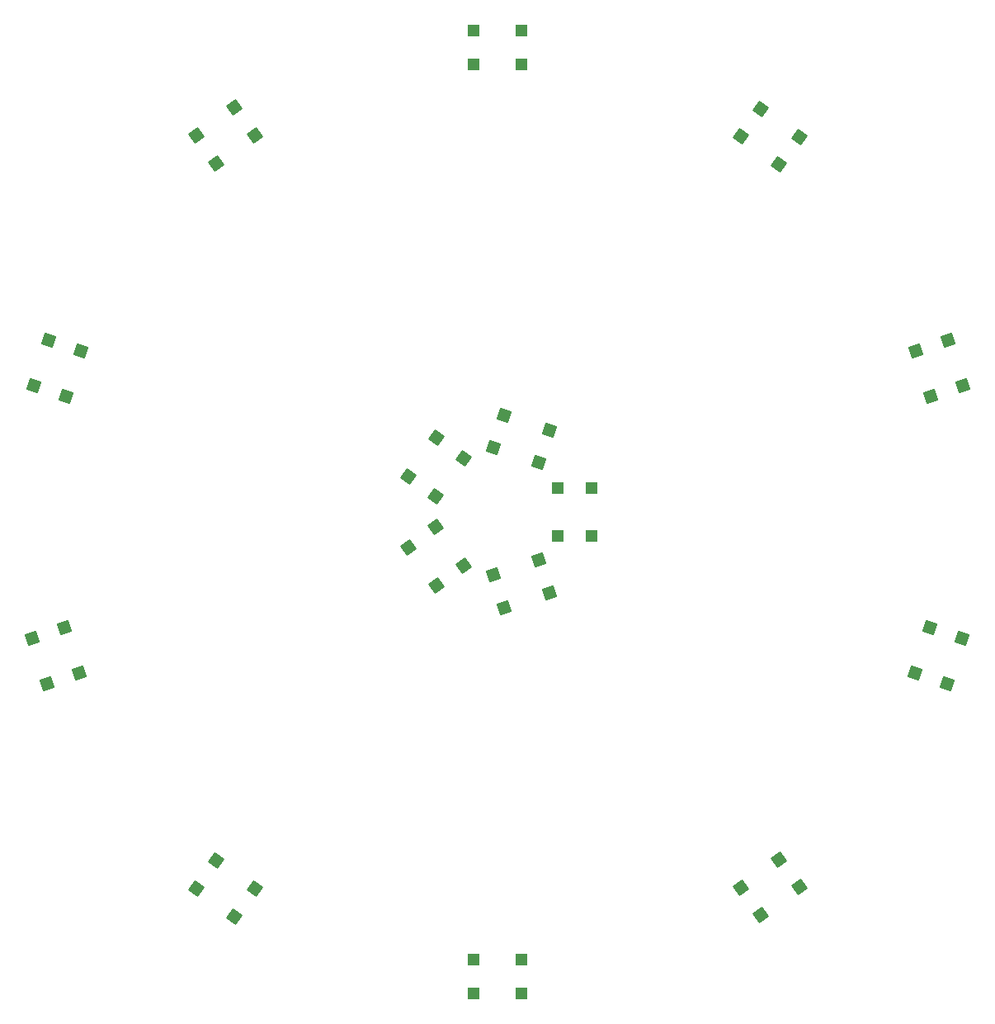
<source format=gtp>
%FSLAX25Y25*%
%MOIN*%
G70*
G01*
G75*
G04 Layer_Color=8421504*
%ADD10R,0.05906X0.05906*%
%ADD11P,0.08352X4X189.0*%
%ADD12P,0.08352X4X153.0*%
%ADD13P,0.08352X4X117.0*%
%ADD14P,0.08352X4X81.0*%
%ADD15P,0.08352X4X279.0*%
%ADD16P,0.08352X4X207.0*%
%ADD17R,0.05906X0.05906*%
%ADD18P,0.08352X4X63.0*%
%ADD19P,0.08352X4X351.0*%
%ADD20C,0.05000*%
%ADD21C,0.02500*%
%ADD22C,0.12500*%
%ADD23R,0.12500X0.12500*%
%ADD24C,0.16500*%
%ADD25C,0.04000*%
%ADD26R,0.08000X0.05000*%
%ADD27R,0.05000X0.08000*%
%ADD28R,0.17716X0.12205*%
%ADD29C,0.01000*%
%ADD30C,0.01200*%
%ADD31C,0.01500*%
%ADD32R,0.04906X0.04906*%
%ADD33P,0.06937X4X189.0*%
%ADD34P,0.06937X4X153.0*%
%ADD35P,0.06937X4X117.0*%
%ADD36P,0.06937X4X81.0*%
%ADD37P,0.06937X4X279.0*%
%ADD38P,0.06937X4X207.0*%
%ADD39R,0.04906X0.04906*%
%ADD40P,0.06937X4X63.0*%
%ADD41P,0.06937X4X351.0*%
D32*
X532646Y742390D02*
D03*
Y728610D02*
D03*
X513354Y742390D02*
D03*
Y728610D02*
D03*
X513354Y353610D02*
D03*
Y367390D02*
D03*
X532646Y353610D02*
D03*
Y367390D02*
D03*
D33*
X644853Y699404D02*
D03*
X636754Y688257D02*
D03*
X629246Y710744D02*
D03*
X621147Y699596D02*
D03*
X401147Y396096D02*
D03*
X409246Y407243D02*
D03*
X416754Y384756D02*
D03*
X424853Y395904D02*
D03*
D34*
X711033Y598955D02*
D03*
X697928Y594697D02*
D03*
X705072Y617303D02*
D03*
X691967Y613045D02*
D03*
X334967Y497045D02*
D03*
X348072Y501303D02*
D03*
X340928Y478697D02*
D03*
X354033Y482956D02*
D03*
D35*
X704572Y478697D02*
D03*
X691467Y482956D02*
D03*
X710533Y497045D02*
D03*
X697428Y501303D02*
D03*
X341428Y617303D02*
D03*
X354533Y613045D02*
D03*
X335467Y598955D02*
D03*
X348572Y594697D02*
D03*
D36*
X629246Y385257D02*
D03*
X621147Y396404D02*
D03*
X644853Y396596D02*
D03*
X636754Y407744D02*
D03*
X416754Y711243D02*
D03*
X424853Y700096D02*
D03*
X401147Y699904D02*
D03*
X409246Y688757D02*
D03*
D37*
X498096Y577853D02*
D03*
X509243Y569754D02*
D03*
X486757Y562246D02*
D03*
X497904Y554147D02*
D03*
D38*
X543803Y581072D02*
D03*
X539544Y567967D02*
D03*
X525456Y587033D02*
D03*
X521197Y573928D02*
D03*
D39*
X560890Y538354D02*
D03*
X547110D02*
D03*
X560890Y557646D02*
D03*
X547110D02*
D03*
D40*
X525456Y509467D02*
D03*
X521197Y522572D02*
D03*
X543803Y515428D02*
D03*
X539544Y528533D02*
D03*
D41*
X486757Y533754D02*
D03*
X497904Y541853D02*
D03*
X498096Y518147D02*
D03*
X509243Y526246D02*
D03*
M02*

</source>
